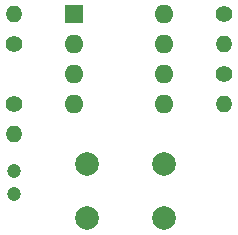
<source format=gbl>
%TF.GenerationSoftware,KiCad,Pcbnew,7.0.10*%
%TF.CreationDate,2024-01-13T00:40:46-05:00*%
%TF.ProjectId,555_toggle-switch,3535355f-746f-4676-976c-652d73776974,rev?*%
%TF.SameCoordinates,Original*%
%TF.FileFunction,Copper,L2,Bot*%
%TF.FilePolarity,Positive*%
%FSLAX46Y46*%
G04 Gerber Fmt 4.6, Leading zero omitted, Abs format (unit mm)*
G04 Created by KiCad (PCBNEW 7.0.10) date 2024-01-13 00:40:46*
%MOMM*%
%LPD*%
G01*
G04 APERTURE LIST*
%TA.AperFunction,ComponentPad*%
%ADD10R,1.600000X1.600000*%
%TD*%
%TA.AperFunction,ComponentPad*%
%ADD11O,1.600000X1.600000*%
%TD*%
%TA.AperFunction,ComponentPad*%
%ADD12C,1.400000*%
%TD*%
%TA.AperFunction,ComponentPad*%
%ADD13O,1.400000X1.400000*%
%TD*%
%TA.AperFunction,ComponentPad*%
%ADD14C,1.200000*%
%TD*%
%TA.AperFunction,ComponentPad*%
%ADD15C,2.000000*%
%TD*%
G04 APERTURE END LIST*
D10*
%TO.P,U1,1,GND*%
%TO.N,GND*%
X121920000Y-93980000D03*
D11*
%TO.P,U1,2,TR*%
%TO.N,Net-(U1-THR)*%
X121920000Y-96520000D03*
%TO.P,U1,3,Q*%
%TO.N,unconnected-(U1-Q-Pad3)*%
X121920000Y-99060000D03*
%TO.P,U1,4,R*%
%TO.N,Net-(U1-R)*%
X121920000Y-101600000D03*
%TO.P,U1,5,CV*%
%TO.N,unconnected-(U1-CV-Pad5)*%
X129540000Y-101600000D03*
%TO.P,U1,6,THR*%
%TO.N,Net-(U1-THR)*%
X129540000Y-99060000D03*
%TO.P,U1,7,DIS*%
%TO.N,Net-(U1-DIS)*%
X129540000Y-96520000D03*
%TO.P,U1,8,VCC*%
%TO.N,+3V3*%
X129540000Y-93980000D03*
%TD*%
D12*
%TO.P,R4,1*%
%TO.N,Net-(U1-DIS)*%
X134620000Y-99060000D03*
D13*
%TO.P,R4,2*%
%TO.N,Net-(C2-Pad1)*%
X134620000Y-101600000D03*
%TD*%
D12*
%TO.P,R1,1*%
%TO.N,Net-(U1-THR)*%
X116840000Y-96520000D03*
D13*
%TO.P,R1,2*%
%TO.N,GND*%
X116840000Y-93980000D03*
%TD*%
D14*
%TO.P,C2,1*%
%TO.N,Net-(C2-Pad1)*%
X116840000Y-109220000D03*
%TO.P,C2,2*%
%TO.N,GND*%
X116840000Y-107220000D03*
%TD*%
D12*
%TO.P,R2,1*%
%TO.N,+3V3*%
X134620000Y-93980000D03*
D13*
%TO.P,R2,2*%
%TO.N,Net-(U1-DIS)*%
X134620000Y-96520000D03*
%TD*%
D12*
%TO.P,R3,1*%
%TO.N,Net-(U1-R)*%
X116840000Y-101600000D03*
D13*
%TO.P,R3,2*%
%TO.N,Net-(U1-THR)*%
X116840000Y-104140000D03*
%TD*%
D15*
%TO.P,SW1,1,1*%
%TO.N,Net-(U1-THR)*%
X123040000Y-106680000D03*
X129540000Y-106680000D03*
%TO.P,SW1,2,2*%
%TO.N,Net-(C2-Pad1)*%
X123040000Y-111180000D03*
X129540000Y-111180000D03*
%TD*%
M02*

</source>
